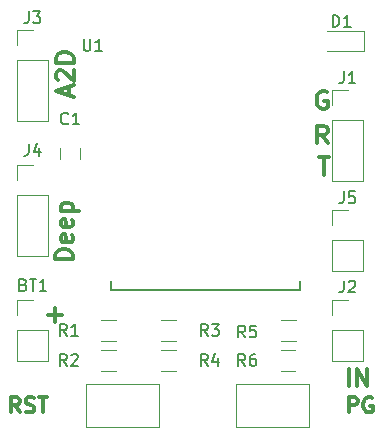
<source format=gbr>
G04 #@! TF.GenerationSoftware,KiCad,Pcbnew,(5.0.1-3-g963ef8bb5)*
G04 #@! TF.CreationDate,2019-01-23T22:51:25-05:00*
G04 #@! TF.ProjectId,WaterSpill,57617465725370696C6C2E6B69636164,rev?*
G04 #@! TF.SameCoordinates,Original*
G04 #@! TF.FileFunction,Legend,Top*
G04 #@! TF.FilePolarity,Positive*
%FSLAX46Y46*%
G04 Gerber Fmt 4.6, Leading zero omitted, Abs format (unit mm)*
G04 Created by KiCad (PCBNEW (5.0.1-3-g963ef8bb5)) date Wednesday, January 23, 2019 at 10:51:25 pm*
%MOMM*%
%LPD*%
G01*
G04 APERTURE LIST*
%ADD10C,0.300000*%
%ADD11C,0.120000*%
%ADD12C,0.152400*%
%ADD13C,0.150000*%
G04 APERTURE END LIST*
D10*
X57248523Y-51388095D02*
X57248523Y-50088095D01*
X57743761Y-50088095D01*
X57867571Y-50150000D01*
X57929476Y-50211904D01*
X57991380Y-50335714D01*
X57991380Y-50521428D01*
X57929476Y-50645238D01*
X57867571Y-50707142D01*
X57743761Y-50769047D01*
X57248523Y-50769047D01*
X59229476Y-50150000D02*
X59105666Y-50088095D01*
X58919952Y-50088095D01*
X58734238Y-50150000D01*
X58610428Y-50273809D01*
X58548523Y-50397619D01*
X58486619Y-50645238D01*
X58486619Y-50830952D01*
X58548523Y-51078571D01*
X58610428Y-51202380D01*
X58734238Y-51326190D01*
X58919952Y-51388095D01*
X59043761Y-51388095D01*
X59229476Y-51326190D01*
X59291380Y-51264285D01*
X59291380Y-50830952D01*
X59043761Y-50830952D01*
X29387095Y-51388095D02*
X28953761Y-50769047D01*
X28644238Y-51388095D02*
X28644238Y-50088095D01*
X29139476Y-50088095D01*
X29263285Y-50150000D01*
X29325190Y-50211904D01*
X29387095Y-50335714D01*
X29387095Y-50521428D01*
X29325190Y-50645238D01*
X29263285Y-50707142D01*
X29139476Y-50769047D01*
X28644238Y-50769047D01*
X29882333Y-51326190D02*
X30068047Y-51388095D01*
X30377571Y-51388095D01*
X30501380Y-51326190D01*
X30563285Y-51264285D01*
X30625190Y-51140476D01*
X30625190Y-51016666D01*
X30563285Y-50892857D01*
X30501380Y-50830952D01*
X30377571Y-50769047D01*
X30129952Y-50707142D01*
X30006142Y-50645238D01*
X29944238Y-50583333D01*
X29882333Y-50459523D01*
X29882333Y-50335714D01*
X29944238Y-50211904D01*
X30006142Y-50150000D01*
X30129952Y-50088095D01*
X30439476Y-50088095D01*
X30625190Y-50150000D01*
X30996619Y-50088095D02*
X31739476Y-50088095D01*
X31368047Y-51388095D02*
X31368047Y-50088095D01*
X54689428Y-29785571D02*
X55546571Y-29785571D01*
X55118000Y-31285571D02*
X55118000Y-29785571D01*
X55455285Y-28618571D02*
X54955285Y-27904285D01*
X54598142Y-28618571D02*
X54598142Y-27118571D01*
X55169571Y-27118571D01*
X55312428Y-27190000D01*
X55383857Y-27261428D01*
X55455285Y-27404285D01*
X55455285Y-27618571D01*
X55383857Y-27761428D01*
X55312428Y-27832857D01*
X55169571Y-27904285D01*
X54598142Y-27904285D01*
X55383857Y-24269000D02*
X55241000Y-24197571D01*
X55026714Y-24197571D01*
X54812428Y-24269000D01*
X54669571Y-24411857D01*
X54598142Y-24554714D01*
X54526714Y-24840428D01*
X54526714Y-25054714D01*
X54598142Y-25340428D01*
X54669571Y-25483285D01*
X54812428Y-25626142D01*
X55026714Y-25697571D01*
X55169571Y-25697571D01*
X55383857Y-25626142D01*
X55455285Y-25554714D01*
X55455285Y-25054714D01*
X55169571Y-25054714D01*
X57253285Y-49192571D02*
X57253285Y-47692571D01*
X57967571Y-49192571D02*
X57967571Y-47692571D01*
X58824714Y-49192571D01*
X58824714Y-47692571D01*
X33879571Y-38425142D02*
X32379571Y-38425142D01*
X32379571Y-38068000D01*
X32451000Y-37853714D01*
X32593857Y-37710857D01*
X32736714Y-37639428D01*
X33022428Y-37568000D01*
X33236714Y-37568000D01*
X33522428Y-37639428D01*
X33665285Y-37710857D01*
X33808142Y-37853714D01*
X33879571Y-38068000D01*
X33879571Y-38425142D01*
X33808142Y-36353714D02*
X33879571Y-36496571D01*
X33879571Y-36782285D01*
X33808142Y-36925142D01*
X33665285Y-36996571D01*
X33093857Y-36996571D01*
X32951000Y-36925142D01*
X32879571Y-36782285D01*
X32879571Y-36496571D01*
X32951000Y-36353714D01*
X33093857Y-36282285D01*
X33236714Y-36282285D01*
X33379571Y-36996571D01*
X33808142Y-35068000D02*
X33879571Y-35210857D01*
X33879571Y-35496571D01*
X33808142Y-35639428D01*
X33665285Y-35710857D01*
X33093857Y-35710857D01*
X32951000Y-35639428D01*
X32879571Y-35496571D01*
X32879571Y-35210857D01*
X32951000Y-35068000D01*
X33093857Y-34996571D01*
X33236714Y-34996571D01*
X33379571Y-35710857D01*
X32879571Y-34353714D02*
X34379571Y-34353714D01*
X32951000Y-34353714D02*
X32879571Y-34210857D01*
X32879571Y-33925142D01*
X32951000Y-33782285D01*
X33022428Y-33710857D01*
X33165285Y-33639428D01*
X33593857Y-33639428D01*
X33736714Y-33710857D01*
X33808142Y-33782285D01*
X33879571Y-33925142D01*
X33879571Y-34210857D01*
X33808142Y-34353714D01*
X31813571Y-43160142D02*
X32956428Y-43160142D01*
X32385000Y-43731571D02*
X32385000Y-42588714D01*
X33524000Y-24554428D02*
X33524000Y-23840142D01*
X33952571Y-24697285D02*
X32452571Y-24197285D01*
X33952571Y-23697285D01*
X32595428Y-23268714D02*
X32524000Y-23197285D01*
X32452571Y-23054428D01*
X32452571Y-22697285D01*
X32524000Y-22554428D01*
X32595428Y-22483000D01*
X32738285Y-22411571D01*
X32881142Y-22411571D01*
X33095428Y-22483000D01*
X33952571Y-23340142D01*
X33952571Y-22411571D01*
X33952571Y-21768714D02*
X32452571Y-21768714D01*
X32452571Y-21411571D01*
X32524000Y-21197285D01*
X32666857Y-21054428D01*
X32809714Y-20983000D01*
X33095428Y-20911571D01*
X33309714Y-20911571D01*
X33595428Y-20983000D01*
X33738285Y-21054428D01*
X33881142Y-21197285D01*
X33952571Y-21411571D01*
X33952571Y-21768714D01*
D11*
G04 #@! TO.C,BT1*
X29150000Y-41850000D02*
X30480000Y-41850000D01*
X29150000Y-43180000D02*
X29150000Y-41850000D01*
X29150000Y-44450000D02*
X31810000Y-44450000D01*
X31810000Y-44450000D02*
X31810000Y-47050000D01*
X29150000Y-44450000D02*
X29150000Y-47050000D01*
X29150000Y-47050000D02*
X31810000Y-47050000D01*
G04 #@! TO.C,C1*
X34505000Y-29964000D02*
X34505000Y-28964000D01*
X32805000Y-28964000D02*
X32805000Y-29964000D01*
G04 #@! TO.C,D1*
X58542000Y-20789000D02*
X55392000Y-20789000D01*
X58542000Y-19089000D02*
X55392000Y-19089000D01*
X58542000Y-20789000D02*
X58542000Y-19089000D01*
G04 #@! TO.C,J1*
X55820000Y-24070000D02*
X57150000Y-24070000D01*
X55820000Y-25400000D02*
X55820000Y-24070000D01*
X55820000Y-26670000D02*
X58480000Y-26670000D01*
X58480000Y-26670000D02*
X58480000Y-31810000D01*
X55820000Y-26670000D02*
X55820000Y-31810000D01*
X55820000Y-31810000D02*
X58480000Y-31810000D01*
G04 #@! TO.C,J2*
X55820000Y-41850000D02*
X57150000Y-41850000D01*
X55820000Y-43180000D02*
X55820000Y-41850000D01*
X55820000Y-44450000D02*
X58480000Y-44450000D01*
X58480000Y-44450000D02*
X58480000Y-47050000D01*
X55820000Y-44450000D02*
X55820000Y-47050000D01*
X55820000Y-47050000D02*
X58480000Y-47050000D01*
G04 #@! TO.C,J3*
X29150000Y-18990000D02*
X30480000Y-18990000D01*
X29150000Y-20320000D02*
X29150000Y-18990000D01*
X29150000Y-21590000D02*
X31810000Y-21590000D01*
X31810000Y-21590000D02*
X31810000Y-26730000D01*
X29150000Y-21590000D02*
X29150000Y-26730000D01*
X29150000Y-26730000D02*
X31810000Y-26730000D01*
G04 #@! TO.C,J4*
X29150000Y-38160000D02*
X31810000Y-38160000D01*
X29150000Y-33020000D02*
X29150000Y-38160000D01*
X31810000Y-33020000D02*
X31810000Y-38160000D01*
X29150000Y-33020000D02*
X31810000Y-33020000D01*
X29150000Y-31750000D02*
X29150000Y-30420000D01*
X29150000Y-30420000D02*
X30480000Y-30420000D01*
G04 #@! TO.C,J5*
X55820000Y-39430000D02*
X58480000Y-39430000D01*
X55820000Y-36830000D02*
X55820000Y-39430000D01*
X58480000Y-36830000D02*
X58480000Y-39430000D01*
X55820000Y-36830000D02*
X58480000Y-36830000D01*
X55820000Y-35560000D02*
X55820000Y-34230000D01*
X55820000Y-34230000D02*
X57150000Y-34230000D01*
G04 #@! TO.C,R1*
X37510000Y-45330000D02*
X36310000Y-45330000D01*
X36310000Y-43570000D02*
X37510000Y-43570000D01*
G04 #@! TO.C,R2*
X36310000Y-46110000D02*
X37510000Y-46110000D01*
X37510000Y-47870000D02*
X36310000Y-47870000D01*
G04 #@! TO.C,R3*
X41390000Y-43570000D02*
X42590000Y-43570000D01*
X42590000Y-45330000D02*
X41390000Y-45330000D01*
G04 #@! TO.C,R4*
X41390000Y-46110000D02*
X42590000Y-46110000D01*
X42590000Y-47870000D02*
X41390000Y-47870000D01*
G04 #@! TO.C,R5*
X51550000Y-43570000D02*
X52750000Y-43570000D01*
X52750000Y-45330000D02*
X51550000Y-45330000D01*
G04 #@! TO.C,R6*
X52670000Y-47870000D02*
X51470000Y-47870000D01*
X51470000Y-46110000D02*
X52670000Y-46110000D01*
G04 #@! TO.C,SW1*
X53860000Y-48990000D02*
X53860000Y-52610000D01*
X47740000Y-48990000D02*
X53860000Y-48990000D01*
X47740000Y-52610000D02*
X47740000Y-48990000D01*
X53860000Y-52610000D02*
X47740000Y-52610000D01*
G04 #@! TO.C,SW2*
X35040000Y-48990000D02*
X41160000Y-48990000D01*
X41160000Y-48990000D02*
X41160000Y-52610000D01*
X41160000Y-52610000D02*
X35040000Y-52610000D01*
X35040000Y-52610000D02*
X35040000Y-48990000D01*
D12*
G04 #@! TO.C,U1*
X37084000Y-40259000D02*
X37084000Y-41021000D01*
X37084000Y-41021000D02*
X53086000Y-41021000D01*
X53086000Y-41021000D02*
X53086000Y-40259000D01*
G04 #@! TO.C,BT1*
D13*
X29694285Y-40568571D02*
X29837142Y-40616190D01*
X29884761Y-40663809D01*
X29932380Y-40759047D01*
X29932380Y-40901904D01*
X29884761Y-40997142D01*
X29837142Y-41044761D01*
X29741904Y-41092380D01*
X29360952Y-41092380D01*
X29360952Y-40092380D01*
X29694285Y-40092380D01*
X29789523Y-40140000D01*
X29837142Y-40187619D01*
X29884761Y-40282857D01*
X29884761Y-40378095D01*
X29837142Y-40473333D01*
X29789523Y-40520952D01*
X29694285Y-40568571D01*
X29360952Y-40568571D01*
X30218095Y-40092380D02*
X30789523Y-40092380D01*
X30503809Y-41092380D02*
X30503809Y-40092380D01*
X31646666Y-41092380D02*
X31075238Y-41092380D01*
X31360952Y-41092380D02*
X31360952Y-40092380D01*
X31265714Y-40235238D01*
X31170476Y-40330476D01*
X31075238Y-40378095D01*
G04 #@! TO.C,C1*
X33488333Y-26900142D02*
X33440714Y-26947761D01*
X33297857Y-26995380D01*
X33202619Y-26995380D01*
X33059761Y-26947761D01*
X32964523Y-26852523D01*
X32916904Y-26757285D01*
X32869285Y-26566809D01*
X32869285Y-26423952D01*
X32916904Y-26233476D01*
X32964523Y-26138238D01*
X33059761Y-26043000D01*
X33202619Y-25995380D01*
X33297857Y-25995380D01*
X33440714Y-26043000D01*
X33488333Y-26090619D01*
X34440714Y-26995380D02*
X33869285Y-26995380D01*
X34155000Y-26995380D02*
X34155000Y-25995380D01*
X34059761Y-26138238D01*
X33964523Y-26233476D01*
X33869285Y-26281095D01*
G04 #@! TO.C,D1*
X55883904Y-18740380D02*
X55883904Y-17740380D01*
X56122000Y-17740380D01*
X56264857Y-17788000D01*
X56360095Y-17883238D01*
X56407714Y-17978476D01*
X56455333Y-18168952D01*
X56455333Y-18311809D01*
X56407714Y-18502285D01*
X56360095Y-18597523D01*
X56264857Y-18692761D01*
X56122000Y-18740380D01*
X55883904Y-18740380D01*
X57407714Y-18740380D02*
X56836285Y-18740380D01*
X57122000Y-18740380D02*
X57122000Y-17740380D01*
X57026761Y-17883238D01*
X56931523Y-17978476D01*
X56836285Y-18026095D01*
G04 #@! TO.C,J1*
X56816666Y-22522380D02*
X56816666Y-23236666D01*
X56769047Y-23379523D01*
X56673809Y-23474761D01*
X56530952Y-23522380D01*
X56435714Y-23522380D01*
X57816666Y-23522380D02*
X57245238Y-23522380D01*
X57530952Y-23522380D02*
X57530952Y-22522380D01*
X57435714Y-22665238D01*
X57340476Y-22760476D01*
X57245238Y-22808095D01*
G04 #@! TO.C,J2*
X56816666Y-40219380D02*
X56816666Y-40933666D01*
X56769047Y-41076523D01*
X56673809Y-41171761D01*
X56530952Y-41219380D01*
X56435714Y-41219380D01*
X57245238Y-40314619D02*
X57292857Y-40267000D01*
X57388095Y-40219380D01*
X57626190Y-40219380D01*
X57721428Y-40267000D01*
X57769047Y-40314619D01*
X57816666Y-40409857D01*
X57816666Y-40505095D01*
X57769047Y-40647952D01*
X57197619Y-41219380D01*
X57816666Y-41219380D01*
G04 #@! TO.C,J3*
X30146666Y-17442380D02*
X30146666Y-18156666D01*
X30099047Y-18299523D01*
X30003809Y-18394761D01*
X29860952Y-18442380D01*
X29765714Y-18442380D01*
X30527619Y-17442380D02*
X31146666Y-17442380D01*
X30813333Y-17823333D01*
X30956190Y-17823333D01*
X31051428Y-17870952D01*
X31099047Y-17918571D01*
X31146666Y-18013809D01*
X31146666Y-18251904D01*
X31099047Y-18347142D01*
X31051428Y-18394761D01*
X30956190Y-18442380D01*
X30670476Y-18442380D01*
X30575238Y-18394761D01*
X30527619Y-18347142D01*
G04 #@! TO.C,J4*
X30146666Y-28662380D02*
X30146666Y-29376666D01*
X30099047Y-29519523D01*
X30003809Y-29614761D01*
X29860952Y-29662380D01*
X29765714Y-29662380D01*
X31051428Y-28995714D02*
X31051428Y-29662380D01*
X30813333Y-28614761D02*
X30575238Y-29329047D01*
X31194285Y-29329047D01*
G04 #@! TO.C,J5*
X56816666Y-32682380D02*
X56816666Y-33396666D01*
X56769047Y-33539523D01*
X56673809Y-33634761D01*
X56530952Y-33682380D01*
X56435714Y-33682380D01*
X57769047Y-32682380D02*
X57292857Y-32682380D01*
X57245238Y-33158571D01*
X57292857Y-33110952D01*
X57388095Y-33063333D01*
X57626190Y-33063333D01*
X57721428Y-33110952D01*
X57769047Y-33158571D01*
X57816666Y-33253809D01*
X57816666Y-33491904D01*
X57769047Y-33587142D01*
X57721428Y-33634761D01*
X57626190Y-33682380D01*
X57388095Y-33682380D01*
X57292857Y-33634761D01*
X57245238Y-33587142D01*
G04 #@! TO.C,R1*
X33361333Y-44902380D02*
X33028000Y-44426190D01*
X32789904Y-44902380D02*
X32789904Y-43902380D01*
X33170857Y-43902380D01*
X33266095Y-43950000D01*
X33313714Y-43997619D01*
X33361333Y-44092857D01*
X33361333Y-44235714D01*
X33313714Y-44330952D01*
X33266095Y-44378571D01*
X33170857Y-44426190D01*
X32789904Y-44426190D01*
X34313714Y-44902380D02*
X33742285Y-44902380D01*
X34028000Y-44902380D02*
X34028000Y-43902380D01*
X33932761Y-44045238D01*
X33837523Y-44140476D01*
X33742285Y-44188095D01*
G04 #@! TO.C,R2*
X33361333Y-47442380D02*
X33028000Y-46966190D01*
X32789904Y-47442380D02*
X32789904Y-46442380D01*
X33170857Y-46442380D01*
X33266095Y-46490000D01*
X33313714Y-46537619D01*
X33361333Y-46632857D01*
X33361333Y-46775714D01*
X33313714Y-46870952D01*
X33266095Y-46918571D01*
X33170857Y-46966190D01*
X32789904Y-46966190D01*
X33742285Y-46537619D02*
X33789904Y-46490000D01*
X33885142Y-46442380D01*
X34123238Y-46442380D01*
X34218476Y-46490000D01*
X34266095Y-46537619D01*
X34313714Y-46632857D01*
X34313714Y-46728095D01*
X34266095Y-46870952D01*
X33694666Y-47442380D01*
X34313714Y-47442380D01*
G04 #@! TO.C,R3*
X45299333Y-44902380D02*
X44966000Y-44426190D01*
X44727904Y-44902380D02*
X44727904Y-43902380D01*
X45108857Y-43902380D01*
X45204095Y-43950000D01*
X45251714Y-43997619D01*
X45299333Y-44092857D01*
X45299333Y-44235714D01*
X45251714Y-44330952D01*
X45204095Y-44378571D01*
X45108857Y-44426190D01*
X44727904Y-44426190D01*
X45632666Y-43902380D02*
X46251714Y-43902380D01*
X45918380Y-44283333D01*
X46061238Y-44283333D01*
X46156476Y-44330952D01*
X46204095Y-44378571D01*
X46251714Y-44473809D01*
X46251714Y-44711904D01*
X46204095Y-44807142D01*
X46156476Y-44854761D01*
X46061238Y-44902380D01*
X45775523Y-44902380D01*
X45680285Y-44854761D01*
X45632666Y-44807142D01*
G04 #@! TO.C,R4*
X45299333Y-47442380D02*
X44966000Y-46966190D01*
X44727904Y-47442380D02*
X44727904Y-46442380D01*
X45108857Y-46442380D01*
X45204095Y-46490000D01*
X45251714Y-46537619D01*
X45299333Y-46632857D01*
X45299333Y-46775714D01*
X45251714Y-46870952D01*
X45204095Y-46918571D01*
X45108857Y-46966190D01*
X44727904Y-46966190D01*
X46156476Y-46775714D02*
X46156476Y-47442380D01*
X45918380Y-46394761D02*
X45680285Y-47109047D01*
X46299333Y-47109047D01*
G04 #@! TO.C,R5*
X48474333Y-45029380D02*
X48141000Y-44553190D01*
X47902904Y-45029380D02*
X47902904Y-44029380D01*
X48283857Y-44029380D01*
X48379095Y-44077000D01*
X48426714Y-44124619D01*
X48474333Y-44219857D01*
X48474333Y-44362714D01*
X48426714Y-44457952D01*
X48379095Y-44505571D01*
X48283857Y-44553190D01*
X47902904Y-44553190D01*
X49379095Y-44029380D02*
X48902904Y-44029380D01*
X48855285Y-44505571D01*
X48902904Y-44457952D01*
X48998142Y-44410333D01*
X49236238Y-44410333D01*
X49331476Y-44457952D01*
X49379095Y-44505571D01*
X49426714Y-44600809D01*
X49426714Y-44838904D01*
X49379095Y-44934142D01*
X49331476Y-44981761D01*
X49236238Y-45029380D01*
X48998142Y-45029380D01*
X48902904Y-44981761D01*
X48855285Y-44934142D01*
G04 #@! TO.C,R6*
X48474333Y-47442380D02*
X48141000Y-46966190D01*
X47902904Y-47442380D02*
X47902904Y-46442380D01*
X48283857Y-46442380D01*
X48379095Y-46490000D01*
X48426714Y-46537619D01*
X48474333Y-46632857D01*
X48474333Y-46775714D01*
X48426714Y-46870952D01*
X48379095Y-46918571D01*
X48283857Y-46966190D01*
X47902904Y-46966190D01*
X49331476Y-46442380D02*
X49141000Y-46442380D01*
X49045761Y-46490000D01*
X48998142Y-46537619D01*
X48902904Y-46680476D01*
X48855285Y-46870952D01*
X48855285Y-47251904D01*
X48902904Y-47347142D01*
X48950523Y-47394761D01*
X49045761Y-47442380D01*
X49236238Y-47442380D01*
X49331476Y-47394761D01*
X49379095Y-47347142D01*
X49426714Y-47251904D01*
X49426714Y-47013809D01*
X49379095Y-46918571D01*
X49331476Y-46870952D01*
X49236238Y-46823333D01*
X49045761Y-46823333D01*
X48950523Y-46870952D01*
X48902904Y-46918571D01*
X48855285Y-47013809D01*
G04 #@! TO.C,U1*
X34798095Y-19772380D02*
X34798095Y-20581904D01*
X34845714Y-20677142D01*
X34893333Y-20724761D01*
X34988571Y-20772380D01*
X35179047Y-20772380D01*
X35274285Y-20724761D01*
X35321904Y-20677142D01*
X35369523Y-20581904D01*
X35369523Y-19772380D01*
X36369523Y-20772380D02*
X35798095Y-20772380D01*
X36083809Y-20772380D02*
X36083809Y-19772380D01*
X35988571Y-19915238D01*
X35893333Y-20010476D01*
X35798095Y-20058095D01*
G04 #@! TD*
M02*

</source>
